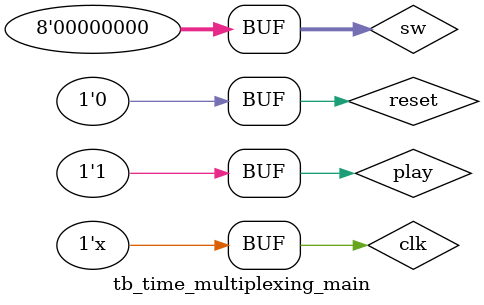
<source format=v>
`timescale 1s / 1ps

module tb_time_multiplexing_main;
reg clk;
reg reset;
reg play;
reg [7:0] sw;
wire [3:0] an;
wire [6:0] sseg;
wire dp;

time_multiplexing_main uut (
    .clk(clk),
    .reset(reset),
    .play(play),
    .sw(sw),
    .an(an),
    .sseg(sseg),
    .dp(dp)
);

initial begin

clk = 0;
reset = 0;
sw = 8'b00000000;
play = 0;
reset=0;

#30;

reset = 1;
#30;
reset = 0;

#30;
play = 1;

#100;
play = 1;

end

always
#5 clk = ~clk;
endmodule

</source>
